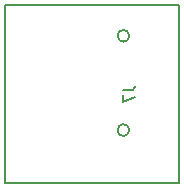
<source format=gbr>
G04 #@! TF.GenerationSoftware,KiCad,Pcbnew,(5.1.5)-3*
G04 #@! TF.CreationDate,2021-08-29T21:33:55+12:00*
G04 #@! TF.ProjectId,TRSIO,54525349-4f2e-46b6-9963-61645f706362,rev?*
G04 #@! TF.SameCoordinates,Original*
G04 #@! TF.FileFunction,Legend,Bot*
G04 #@! TF.FilePolarity,Positive*
%FSLAX46Y46*%
G04 Gerber Fmt 4.6, Leading zero omitted, Abs format (unit mm)*
G04 Created by KiCad (PCBNEW (5.1.5)-3) date 2021-08-29 21:33:55*
%MOMM*%
%LPD*%
G04 APERTURE LIST*
%ADD10C,0.150000*%
G04 APERTURE END LIST*
D10*
X214876000Y-91971000D02*
G75*
G03X214876000Y-91971000I-500000J0D01*
G01*
X214876000Y-99951000D02*
G75*
G03X214876000Y-99951000I-500000J0D01*
G01*
X204376000Y-89401000D02*
X204376000Y-104401000D01*
X204376000Y-104401000D02*
X219076000Y-104401000D01*
X219076000Y-104401000D02*
X219076000Y-89401000D01*
X219076000Y-89401000D02*
X204376000Y-89401000D01*
X214328380Y-96567666D02*
X215042666Y-96567666D01*
X215185523Y-96520047D01*
X215280761Y-96424809D01*
X215328380Y-96281952D01*
X215328380Y-96186714D01*
X214328380Y-96948619D02*
X214328380Y-97615285D01*
X215328380Y-97186714D01*
M02*

</source>
